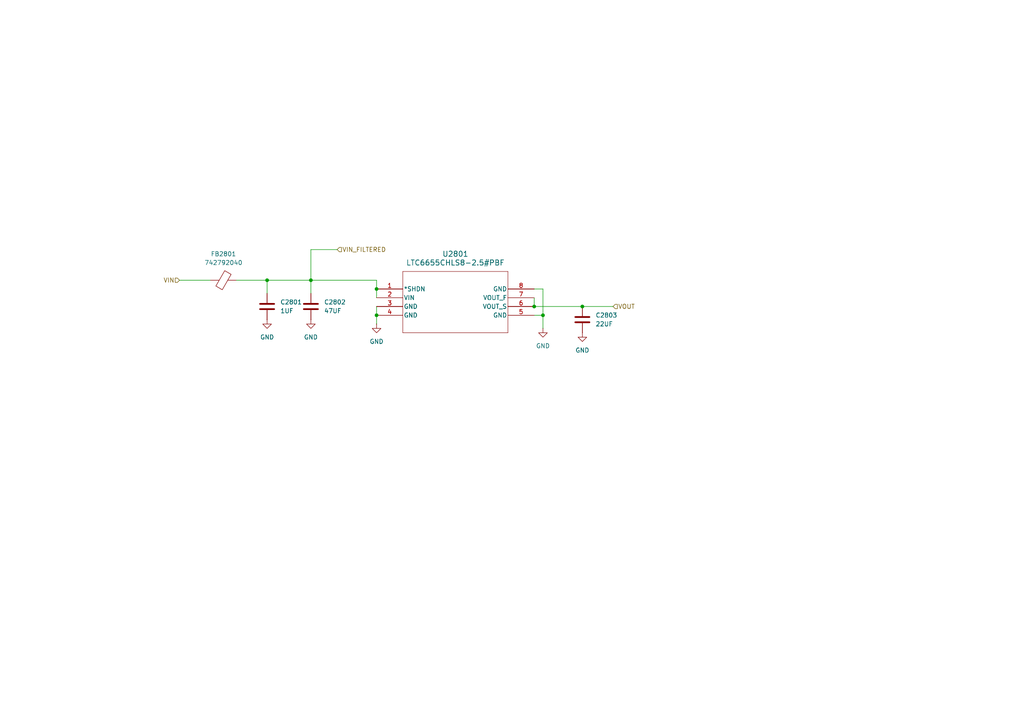
<source format=kicad_sch>
(kicad_sch (version 20231120) (generator "eeschema") (generator_version "8.0")
  (paper "A4")
  (lib_symbols
    (symbol "001_symbol:LTC6655CHLS8-2.5-PBF" (pin_names (offset 0.254))
      (property "Reference" "U" (at 22.86 10.16 0))
      (property "Value" "LTC6655CHLS8-2.5-PBF" (at 22.86 7.62 0))
      (symbol "LTC6655CHLS8-2.5-PBF_0_1"
        (polyline (pts (xy 7.62 -12.7) (xy 38.1 -12.7)) (stroke (width 0.127)))
        (polyline (pts (xy 7.62 5.08) (xy 7.62 -12.7)) (stroke (width 0.127)))
        (polyline (pts (xy 38.1 -12.7) (xy 38.1 5.08)) (stroke (width 0.127)))
        (polyline (pts (xy 38.1 5.08) (xy 7.62 5.08)) (stroke (width 0.127)))
        (pin input line (at 0 0 0) (length 7.62) (name "*SHDN") (number "1"))
        (pin input line (at 0 -2.54 0) (length 7.62) (name "VIN") (number "2"))
        (pin power_in line (at 0 -5.08 0) (length 7.62) (name "GND") (number "3"))
        (pin power_in line (at 0 -7.62 0) (length 7.62) (name "GND") (number "4"))
        (pin power_in line (at 45.72 -7.62 180) (length 7.62) (name "GND") (number "5"))
        (pin output line (at 45.72 -5.08 180) (length 7.62) (name "VOUT_S") (number "6"))
        (pin output line (at 45.72 -2.54 180) (length 7.62) (name "VOUT_F") (number "7"))
        (pin power_in line (at 45.72 0 180) (length 7.62) (name "GND") (number "8"))
      )
    )
    (symbol "Device:C" (pin_numbers hide) (pin_names (offset 0.254))
      (property "Reference" "C" (at 0.635 2.54 0))
      (property "Value" "C" (at 0.635 -2.54 0))
      (symbol "C_0_1"
        (polyline (pts (xy -2.032 -0.762) (xy 2.032 -0.762)) (stroke (width 0.508)))
        (polyline (pts (xy -2.032 0.762) (xy 2.032 0.762)) (stroke (width 0.508)))
      )
      (symbol "C_1_1"
        (pin passive line (at 0 3.81 270) (length 2.794) (name "~") (number "1"))
        (pin passive line (at 0 -3.81 90) (length 2.794) (name "~") (number "2"))
      )
    )
    (symbol "Device:FerriteBead" (pin_numbers hide) (pin_names (offset 0))
      (property "Reference" "FB" (at -3.81 0.635 90))
      (property "Value" "FerriteBead" (at 3.81 0 90))
      (symbol "FerriteBead_0_1"
        (polyline (pts (xy 0 -1.27) (xy 0 -1.2192)))
        (polyline (pts (xy 0 1.27) (xy 0 1.2954)))
        (polyline (pts (xy -2.7686 0.4064) (xy -1.7018 2.2606) (xy 2.7686 -0.3048) (xy 1.6764 -2.159) (xy -2.7686 0.4064)))
      )
      (symbol "FerriteBead_1_1"
        (pin passive line (at 0 3.81 270) (length 2.54) (name "~") (number "1"))
        (pin passive line (at 0 -3.81 90) (length 2.54) (name "~") (number "2"))
      )
    )
    (symbol "power:GND" (power) (pin_numbers hide) (pin_names (offset 0) hide)
      (property "Value" "GND" (at 0 -3.81 0))
      (symbol "GND_0_1"
        (polyline (pts (xy 0 0) (xy 0 -1.27) (xy 1.27 -1.27) (xy 0 -2.54) (xy -1.27 -1.27) (xy 0 -1.27)))
      )
      (symbol "GND_1_1"
        (pin power_in line (at 0 0 270) (length 0) (name "~") (number "1"))
      )
    )
  )
  (junction (at 90.17 81.28))
  (junction (at 109.22 91.44))
  (junction (at 168.91 88.9))
  (junction (at 157.48 91.44))
  (junction (at 154.94 88.9))
  (junction (at 109.22 83.82))
  (junction (at 77.47 81.28))
  (wire (pts (xy 77.47 81.28) (xy 77.47 85.09)))
  (wire (pts (xy 157.48 91.44) (xy 157.48 95.25)))
  (wire (pts (xy 154.94 88.9) (xy 168.91 88.9)))
  (wire (pts (xy 109.22 88.9) (xy 109.22 91.44)))
  (wire (pts (xy 109.22 91.44) (xy 109.22 93.98)))
  (wire (pts (xy 154.94 83.82) (xy 157.48 83.82)))
  (wire (pts (xy 157.48 83.82) (xy 157.48 91.44)))
  (wire (pts (xy 90.17 81.28) (xy 90.17 72.39)))
  (wire (pts (xy 90.17 81.28) (xy 109.22 81.28)))
  (wire (pts (xy 168.91 88.9) (xy 177.8 88.9)))
  (wire (pts (xy 154.94 86.36) (xy 154.94 88.9)))
  (wire (pts (xy 90.17 81.28) (xy 90.17 85.09)))
  (wire (pts (xy 109.22 81.28) (xy 109.22 83.82)))
  (wire (pts (xy 109.22 83.82) (xy 109.22 86.36)))
  (wire (pts (xy 77.47 81.28) (xy 90.17 81.28)))
  (wire (pts (xy 90.17 72.39) (xy 97.79 72.39)))
  (wire (pts (xy 154.94 91.44) (xy 157.48 91.44)))
  (wire (pts (xy 52.07 81.28) (xy 60.96 81.28)))
  (wire (pts (xy 68.58 81.28) (xy 77.47 81.28)))
  (hierarchical_label "VIN" (shape input) (at 52.07 81.28 180))
  (hierarchical_label "VIN_FILTERED" (shape input) (at 97.79 72.39 0))
  (hierarchical_label "VOUT" (shape input) (at 177.8 88.9 0))
  (symbol (lib_id "power:GND") (at 168.91 96.52 0) (unit 1)
    (property "Reference" "#PWR02805" (effects (hide yes)))
    (property "Value" "GND" (at 168.91 101.6 0))
    (property "Description" "Power symbol creates a global label with name \"GND\" , ground" (effects (hide yes)))
  )
  (symbol (lib_id "power:GND") (at 90.17 92.71 0) (unit 1)
    (property "Reference" "#PWR02802" (effects (hide yes)))
    (property "Value" "GND" (at 90.17 97.79 0))
    (property "Description" "Power symbol creates a global label with name \"GND\" , ground" (effects (hide yes)))
  )
  (symbol (lib_id "power:GND") (at 157.48 95.25 0) (unit 1)
    (property "Reference" "#PWR02804" (effects (hide yes)))
    (property "Value" "GND" (at 157.48 100.33 0))
    (property "Description" "Power symbol creates a global label with name \"GND\" , ground" (effects (hide yes)))
  )
  (symbol (lib_id "Device:C") (at 168.91 92.71 0) (unit 1)
    (property "Reference" "C2803" (at 172.72 91.4399 0) (effects (justify left)))
    (property "Value" "22UF" (at 172.72 93.9799 0) (effects (justify left)))
    (property "Footprint" "001_download:CAP_EEF_CD_PAN_GH" (effects (hide yes)))
    (property "Description" "Al-Poly" (effects (hide yes)))
    (property "Vendor" "digikey:PCE3168CT-ND" (effects (hide yes)))
  )
  (symbol (lib_id "power:GND") (at 109.22 93.98 0) (unit 1)
    (property "Reference" "#PWR02803" (effects (hide yes)))
    (property "Value" "GND" (at 109.22 99.06 0))
    (property "Description" "Power symbol creates a global label with name \"GND\" , ground" (effects (hide yes)))
  )
  (symbol (lib_id "Device:FerriteBead") (at 64.77 81.28 270) (unit 1)
    (property "Reference" "FB2801" (at 64.8208 73.66 90))
    (property "Value" "742792040" (at 64.8208 76.2 90))
    (property "Footprint" "Inductor_SMD:L_0805_2012Metric" (effects (hide yes)))
    (property "Description" "Ferrite bead" (effects (hide yes)))
    (property "Vendor" "digikey:732-1620-1-ND" (effects (hide yes)))
  )
  (symbol (lib_id "001_symbol:LTC6655CHLS8-2.5-PBF") (at 109.22 83.82 0) (unit 1)
    (property "Reference" "U2801" (at 132.08 73.66 0) (effects (font (size 1.524 1.524))))
    (property "Value" "LTC6655CHLS8-2.5#PBF" (at 132.08 76.2 0) (effects (font (size 1.524 1.524))))
    (property "Footprint" "Package_LCC:Analog_LCC-8_5x5mm_P1.27mm" (effects (hide yes)))
    (property "Datasheet" "LTC6655CHLS8-2.5-PBF" (effects (hide yes)))
    (property "Vendor" "digikey:LTC6655CHLS8-2.5#PBF-ND" (effects (hide yes)))
  )
  (symbol (lib_id "power:GND") (at 77.47 92.71 0) (unit 1)
    (property "Reference" "#PWR02801" (effects (hide yes)))
    (property "Value" "GND" (at 77.47 97.79 0))
    (property "Description" "Power symbol creates a global label with name \"GND\" , ground" (effects (hide yes)))
  )
  (symbol (lib_id "Device:C") (at 77.47 88.9 180) (unit 1)
    (property "Reference" "C2801" (at 81.28 87.6299 0) (effects (justify right)))
    (property "Value" "1UF" (at 81.28 90.1699 0) (effects (justify right)))
    (property "Footprint" "Capacitor_SMD:C_0603_1608Metric" (effects (hide yes)))
    (property "Description" "Unpolarized capacitor" (effects (hide yes)))
    (property "Vendor" "digikey:490-3897-1-ND" (effects (hide yes)))
  )
  (symbol (lib_id "Device:C") (at 90.17 88.9 180) (unit 1)
    (property "Reference" "C2802" (at 93.98 87.6299 0) (effects (justify right)))
    (property "Value" "47UF" (at 93.98 90.1699 0) (effects (justify right)))
    (property "Footprint" "Capacitor_SMD:C_1206_3216Metric" (effects (hide yes)))
    (property "Description" "Unpolarized capacitor" (effects (hide yes)))
    (property "Vendor" "digikey:490-5528-1-ND" (effects (hide yes)))
  )
)
</source>
